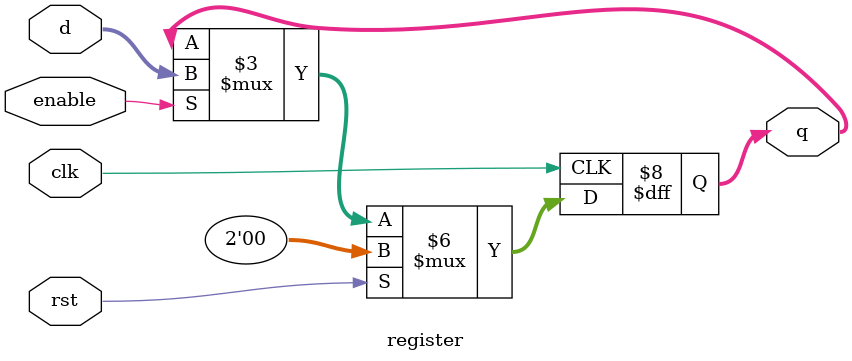
<source format=v>
module register(d, clk, rst, enable, q);
	parameter RSTTYPE = "SYNC", WIDTH = 2;
	input [WIDTH-1:0] d;
	input clk, rst, enable;
	output reg [WIDTH-1:0] q;

	generate
		if(RSTTYPE == "ASYNC") begin
			always @(posedge clk or posedge rst) begin
				if(rst) begin
					q <= 1'b0;
				end
				else if(enable) begin
					q <= d;
				end
				else begin
					q <= q;
				end
			end
		end
		else begin
			always @(posedge clk) begin
				if(rst) begin
					q <= 1'b0;
				end
				else if(enable) begin
					q <= d;
				end
				else begin
					q <= q;
				end
			end
		end
	endgenerate
endmodule
</source>
